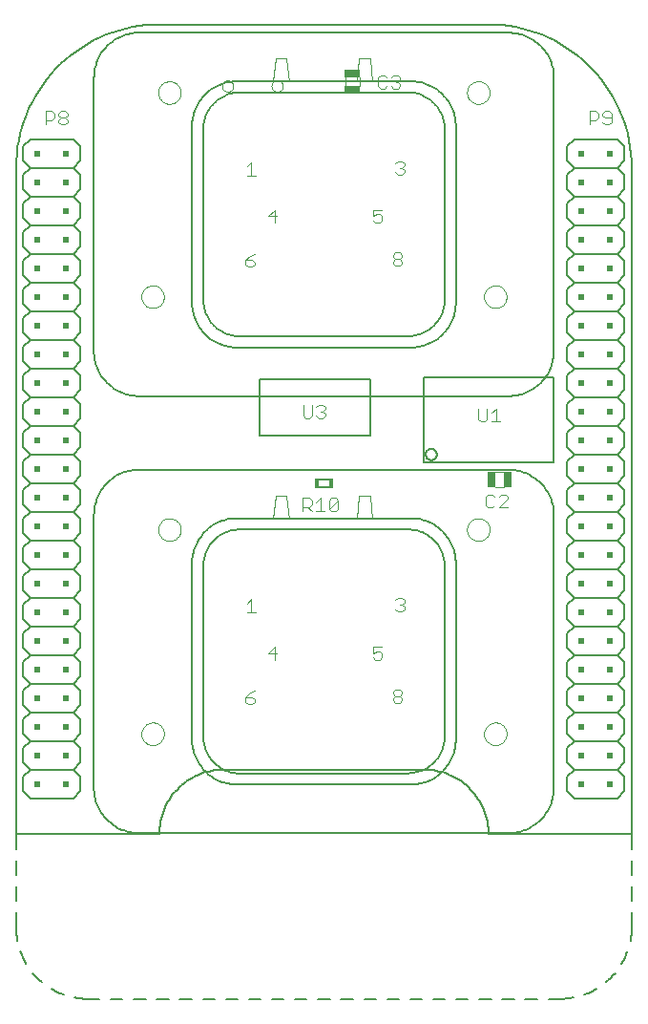
<source format=gto>
G75*
G70*
%OFA0B0*%
%FSLAX24Y24*%
%IPPOS*%
%LPD*%
%AMOC8*
5,1,8,0,0,1.08239X$1,22.5*
%
%ADD10C,0.0040*%
%ADD11R,0.0295X0.0571*%
%ADD12R,0.0571X0.0295*%
%ADD13C,0.0050*%
%ADD14C,0.0079*%
%ADD15C,0.0047*%
%ADD16C,0.0000*%
%ADD17C,0.0060*%
%ADD18R,0.0160X0.0340*%
%ADD19R,0.0200X0.0200*%
D10*
X010216Y021170D02*
X010369Y021170D01*
X010446Y021246D01*
X010446Y021323D01*
X010369Y021400D01*
X010139Y021400D01*
X010139Y021246D01*
X010216Y021170D01*
X010139Y021400D02*
X010293Y021553D01*
X010446Y021630D01*
X011157Y022705D02*
X011157Y023165D01*
X010926Y022935D01*
X011233Y022935D01*
X010485Y024359D02*
X010178Y024359D01*
X010485Y024359D01*
X010332Y024359D02*
X010332Y024819D01*
X010178Y024666D01*
X010332Y024819D01*
X010332Y024359D01*
X012139Y027895D02*
X012139Y028355D01*
X012369Y028355D01*
X012446Y028279D01*
X012446Y028125D01*
X012369Y028048D01*
X012139Y028048D01*
X012292Y028048D02*
X012446Y027895D01*
X012599Y027895D02*
X012906Y027895D01*
X012753Y027895D02*
X012753Y028355D01*
X012599Y028202D01*
X013060Y028279D02*
X013060Y027972D01*
X013367Y028279D01*
X013367Y027972D01*
X013290Y027895D01*
X013136Y027895D01*
X013060Y027972D01*
X013060Y028279D02*
X013136Y028355D01*
X013290Y028355D01*
X013367Y028279D01*
X012836Y031145D02*
X012682Y031145D01*
X012605Y031222D01*
X012452Y031222D02*
X012452Y031605D01*
X012605Y031529D02*
X012682Y031605D01*
X012836Y031605D01*
X012912Y031529D01*
X012912Y031452D01*
X012836Y031375D01*
X012912Y031298D01*
X012912Y031222D01*
X012836Y031145D01*
X012836Y031375D02*
X012759Y031375D01*
X012452Y031222D02*
X012375Y031145D01*
X012222Y031145D01*
X012145Y031222D01*
X012145Y031605D01*
X010369Y036420D02*
X010446Y036496D01*
X010446Y036573D01*
X010369Y036650D01*
X010139Y036650D01*
X010139Y036496D01*
X010216Y036420D01*
X010369Y036420D01*
X010139Y036650D02*
X010293Y036803D01*
X010446Y036880D01*
X011157Y037955D02*
X011157Y038415D01*
X010926Y038185D01*
X011233Y038185D01*
X010485Y039609D02*
X010178Y039609D01*
X010485Y039609D01*
X010332Y039609D02*
X010332Y040069D01*
X010178Y039916D01*
X010332Y040069D01*
X010332Y039609D01*
X013615Y042725D02*
X013615Y043025D01*
X014135Y043025D02*
X014135Y042735D01*
X014770Y042722D02*
X014847Y042645D01*
X015000Y042645D01*
X015077Y042722D01*
X015230Y042722D02*
X015307Y042645D01*
X015461Y042645D01*
X015537Y042722D01*
X015537Y042798D01*
X015461Y042875D01*
X015384Y042875D01*
X015461Y042875D02*
X015537Y042952D01*
X015537Y043029D01*
X015461Y043105D01*
X015307Y043105D01*
X015230Y043029D01*
X015077Y043029D02*
X015000Y043105D01*
X014847Y043105D01*
X014770Y043029D01*
X014770Y042722D01*
X015452Y040108D02*
X015606Y040108D01*
X015682Y040032D01*
X015682Y039955D01*
X015606Y039878D01*
X015682Y039801D01*
X015682Y039725D01*
X015606Y039648D01*
X015452Y039648D01*
X015375Y039725D01*
X015529Y039878D02*
X015606Y039878D01*
X015452Y040108D02*
X015375Y040032D01*
X014895Y038415D02*
X014588Y038415D01*
X014588Y038185D01*
X014741Y038262D01*
X014818Y038262D01*
X014895Y038185D01*
X014895Y038032D01*
X014818Y037955D01*
X014665Y037955D01*
X014588Y038032D01*
X015373Y036919D02*
X015297Y036843D01*
X015297Y036766D01*
X015373Y036689D01*
X015527Y036689D01*
X015604Y036612D01*
X015604Y036536D01*
X015527Y036459D01*
X015373Y036459D01*
X015297Y036536D01*
X015297Y036612D01*
X015373Y036689D01*
X015527Y036689D02*
X015604Y036766D01*
X015604Y036843D01*
X015527Y036919D01*
X015373Y036919D01*
X018270Y031480D02*
X018270Y031097D01*
X018347Y031020D01*
X018500Y031020D01*
X018577Y031097D01*
X018577Y031480D01*
X018730Y031327D02*
X018884Y031480D01*
X018884Y031020D01*
X019037Y031020D02*
X018730Y031020D01*
X018850Y029260D02*
X019140Y029260D01*
X019150Y028740D02*
X018850Y028740D01*
X018750Y028480D02*
X018597Y028480D01*
X018520Y028404D01*
X018520Y028097D01*
X018597Y028020D01*
X018750Y028020D01*
X018827Y028097D01*
X018980Y028020D02*
X019287Y028327D01*
X019287Y028404D01*
X019211Y028480D01*
X019057Y028480D01*
X018980Y028404D01*
X018827Y028404D02*
X018750Y028480D01*
X018980Y028020D02*
X019287Y028020D01*
X015682Y024782D02*
X015682Y024705D01*
X015606Y024628D01*
X015682Y024551D01*
X015682Y024475D01*
X015606Y024398D01*
X015452Y024398D01*
X015375Y024475D01*
X015529Y024628D02*
X015606Y024628D01*
X015682Y024782D02*
X015606Y024858D01*
X015452Y024858D01*
X015375Y024782D01*
X014895Y023165D02*
X014588Y023165D01*
X014588Y022935D01*
X014741Y023012D01*
X014818Y023012D01*
X014895Y022935D01*
X014895Y022782D01*
X014818Y022705D01*
X014665Y022705D01*
X014588Y022782D01*
X015373Y021669D02*
X015297Y021593D01*
X015297Y021516D01*
X015373Y021439D01*
X015527Y021439D01*
X015604Y021362D01*
X015604Y021286D01*
X015527Y021209D01*
X015373Y021209D01*
X015297Y021286D01*
X015297Y021362D01*
X015373Y021439D01*
X015527Y021439D02*
X015604Y021516D01*
X015604Y021593D01*
X015527Y021669D01*
X015373Y021669D01*
X022145Y041395D02*
X022145Y041855D01*
X022375Y041855D01*
X022452Y041779D01*
X022452Y041625D01*
X022375Y041548D01*
X022145Y041548D01*
X022605Y041472D02*
X022682Y041395D01*
X022836Y041395D01*
X022912Y041472D01*
X022912Y041779D01*
X022836Y041855D01*
X022682Y041855D01*
X022605Y041779D01*
X022605Y041702D01*
X022682Y041625D01*
X022912Y041625D01*
X003912Y041548D02*
X003912Y041472D01*
X003836Y041395D01*
X003682Y041395D01*
X003605Y041472D01*
X003605Y041548D01*
X003682Y041625D01*
X003836Y041625D01*
X003912Y041548D01*
X003836Y041625D02*
X003912Y041702D01*
X003912Y041779D01*
X003836Y041855D01*
X003682Y041855D01*
X003605Y041779D01*
X003605Y041702D01*
X003682Y041625D01*
X003452Y041625D02*
X003375Y041548D01*
X003145Y041548D01*
X003145Y041395D02*
X003145Y041855D01*
X003375Y041855D01*
X003452Y041779D01*
X003452Y041625D01*
D11*
X018712Y029000D03*
X019282Y029000D03*
D12*
X013875Y042593D03*
X013875Y043163D03*
D13*
X005036Y010875D02*
X004625Y010875D01*
X005429Y010875D02*
X005840Y010875D01*
X006234Y010875D02*
X006645Y010875D01*
X007038Y010875D02*
X007449Y010875D01*
X007843Y010875D02*
X008254Y010875D01*
X008647Y010875D02*
X009058Y010875D01*
X009452Y010875D02*
X009863Y010875D01*
X010256Y010875D02*
X010667Y010875D01*
X011061Y010875D02*
X011471Y010875D01*
X011865Y010875D02*
X012276Y010875D01*
X012670Y010875D02*
X013080Y010875D01*
X013474Y010875D02*
X013885Y010875D01*
X014279Y010875D02*
X014689Y010875D01*
X015083Y010875D02*
X015494Y010875D01*
X015887Y010875D02*
X016298Y010875D01*
X016692Y010875D02*
X017103Y010875D01*
X017496Y010875D02*
X017907Y010875D01*
X018301Y010875D02*
X018712Y010875D01*
X019105Y010875D02*
X019516Y010875D01*
X019910Y010875D02*
X020321Y010875D01*
X020714Y010875D02*
X021125Y010875D01*
X023581Y012907D02*
X023600Y013023D01*
X023614Y013140D01*
X023622Y013257D01*
X023625Y013375D01*
X023625Y013892D01*
X023625Y014286D02*
X023625Y014803D01*
X023625Y015197D02*
X023625Y015714D01*
X023625Y016108D02*
X023625Y016625D01*
X018625Y016625D01*
X017481Y019929D02*
X017481Y025992D01*
X017088Y025992D02*
X017088Y019929D01*
X016375Y018875D02*
X009375Y018875D01*
X009844Y018748D02*
X015828Y018748D01*
X015828Y018354D02*
X009844Y018354D01*
X009767Y018356D01*
X009689Y018362D01*
X009613Y018371D01*
X009536Y018384D01*
X009461Y018401D01*
X009386Y018422D01*
X009313Y018446D01*
X009241Y018474D01*
X009170Y018505D01*
X009101Y018540D01*
X009033Y018578D01*
X008968Y018620D01*
X008905Y018664D01*
X008844Y018712D01*
X008785Y018762D01*
X008729Y018816D01*
X008676Y018872D01*
X008625Y018930D01*
X008578Y018991D01*
X008533Y019055D01*
X008492Y019120D01*
X008453Y019187D01*
X008419Y019256D01*
X008387Y019327D01*
X008359Y019399D01*
X008335Y019473D01*
X008314Y019547D01*
X008297Y019623D01*
X008284Y019699D01*
X008275Y019776D01*
X008269Y019853D01*
X008267Y019931D01*
X008269Y020008D01*
X008269Y026071D01*
X008662Y026071D02*
X008662Y020008D01*
X008665Y019938D01*
X008672Y019868D01*
X008682Y019799D01*
X008696Y019730D01*
X008714Y019662D01*
X008736Y019595D01*
X008761Y019530D01*
X008790Y019466D01*
X008823Y019403D01*
X008858Y019343D01*
X008897Y019284D01*
X008939Y019228D01*
X008985Y019174D01*
X009033Y019123D01*
X009083Y019075D01*
X009137Y019029D01*
X009192Y018986D01*
X009250Y018947D01*
X009311Y018911D01*
X009373Y018878D01*
X009436Y018848D01*
X009502Y018822D01*
X009568Y018800D01*
X009636Y018781D01*
X009704Y018766D01*
X009774Y018755D01*
X009844Y018748D01*
X009375Y018875D02*
X009268Y018872D01*
X009161Y018865D01*
X009055Y018852D01*
X008949Y018834D01*
X008845Y018812D01*
X008741Y018784D01*
X008639Y018751D01*
X008539Y018714D01*
X008440Y018672D01*
X008344Y018625D01*
X008250Y018574D01*
X008159Y018518D01*
X008070Y018458D01*
X007984Y018394D01*
X007902Y018325D01*
X007822Y018253D01*
X007747Y018178D01*
X007675Y018098D01*
X007606Y018016D01*
X007542Y017930D01*
X007482Y017841D01*
X007426Y017750D01*
X007375Y017656D01*
X007328Y017560D01*
X007286Y017461D01*
X007249Y017361D01*
X007216Y017259D01*
X007188Y017155D01*
X007166Y017051D01*
X007148Y016945D01*
X007135Y016839D01*
X007128Y016732D01*
X007125Y016625D01*
X002125Y016625D01*
X002125Y016108D01*
X002125Y015714D02*
X002125Y015197D01*
X002125Y014803D02*
X002125Y014286D01*
X002125Y013892D02*
X002125Y013375D01*
X002125Y016625D02*
X002125Y039875D01*
X002131Y040113D01*
X002148Y040350D01*
X002176Y040587D01*
X002215Y040821D01*
X002266Y041054D01*
X002328Y041284D01*
X002400Y041510D01*
X002483Y041733D01*
X002577Y041952D01*
X002681Y042166D01*
X002795Y042375D01*
X002919Y042578D01*
X003052Y042775D01*
X003195Y042966D01*
X003346Y043149D01*
X003506Y043325D01*
X003675Y043494D01*
X003851Y043654D01*
X004034Y043805D01*
X004225Y043948D01*
X004422Y044081D01*
X004625Y044205D01*
X004834Y044319D01*
X005048Y044423D01*
X005267Y044517D01*
X005490Y044600D01*
X005716Y044672D01*
X005946Y044734D01*
X006179Y044785D01*
X006413Y044824D01*
X006650Y044852D01*
X006887Y044869D01*
X007125Y044875D01*
X018625Y044875D01*
X017481Y041242D02*
X017481Y035179D01*
X017088Y035179D02*
X017088Y041242D01*
X017481Y041242D02*
X017483Y041319D01*
X017481Y041397D01*
X017475Y041474D01*
X017466Y041551D01*
X017453Y041627D01*
X017436Y041703D01*
X017415Y041777D01*
X017391Y041851D01*
X017363Y041923D01*
X017331Y041994D01*
X017297Y042063D01*
X017258Y042130D01*
X017217Y042195D01*
X017172Y042259D01*
X017125Y042320D01*
X017074Y042378D01*
X017021Y042434D01*
X016965Y042488D01*
X016906Y042538D01*
X016845Y042586D01*
X016782Y042630D01*
X016717Y042672D01*
X016649Y042710D01*
X016580Y042745D01*
X016509Y042776D01*
X016437Y042804D01*
X016364Y042828D01*
X016289Y042849D01*
X016214Y042866D01*
X016137Y042879D01*
X016061Y042888D01*
X015983Y042894D01*
X015906Y042896D01*
X014568Y042896D01*
X014017Y042896D01*
X011655Y042896D01*
X011103Y042896D01*
X009922Y042896D01*
X009922Y042502D02*
X015906Y042502D01*
X015976Y042495D01*
X016046Y042484D01*
X016114Y042469D01*
X016182Y042450D01*
X016248Y042428D01*
X016314Y042402D01*
X016377Y042372D01*
X016439Y042339D01*
X016500Y042303D01*
X016558Y042264D01*
X016613Y042221D01*
X016667Y042175D01*
X016717Y042127D01*
X016765Y042076D01*
X016811Y042022D01*
X016853Y041966D01*
X016892Y041907D01*
X016927Y041847D01*
X016960Y041784D01*
X016989Y041720D01*
X017014Y041655D01*
X017036Y041588D01*
X017054Y041520D01*
X017068Y041451D01*
X017078Y041382D01*
X017085Y041312D01*
X017088Y041242D01*
X018625Y044875D02*
X018863Y044869D01*
X019100Y044852D01*
X019337Y044824D01*
X019571Y044785D01*
X019804Y044734D01*
X020034Y044672D01*
X020260Y044600D01*
X020483Y044517D01*
X020702Y044423D01*
X020916Y044319D01*
X021125Y044205D01*
X021328Y044081D01*
X021525Y043948D01*
X021716Y043805D01*
X021899Y043654D01*
X022075Y043494D01*
X022244Y043325D01*
X022404Y043149D01*
X022555Y042966D01*
X022698Y042775D01*
X022831Y042578D01*
X022955Y042375D01*
X023069Y042166D01*
X023173Y041952D01*
X023267Y041733D01*
X023350Y041510D01*
X023422Y041284D01*
X023484Y041054D01*
X023535Y040821D01*
X023574Y040587D01*
X023602Y040350D01*
X023619Y040113D01*
X023625Y039875D01*
X023625Y016625D01*
X023477Y012528D02*
X023435Y012418D01*
X023387Y012311D01*
X023335Y012206D01*
X023277Y012103D01*
X021593Y010919D02*
X021477Y010900D01*
X021360Y010886D01*
X021243Y010878D01*
X021125Y010875D01*
X021972Y011023D02*
X022082Y011065D01*
X022189Y011113D01*
X022294Y011165D01*
X022397Y011223D01*
X022719Y011449D02*
X022808Y011526D01*
X022893Y011607D01*
X022974Y011692D01*
X023051Y011781D01*
X018625Y016625D02*
X018622Y016732D01*
X018615Y016839D01*
X018602Y016945D01*
X018584Y017051D01*
X018562Y017155D01*
X018534Y017259D01*
X018501Y017361D01*
X018464Y017461D01*
X018422Y017560D01*
X018375Y017656D01*
X018324Y017750D01*
X018268Y017841D01*
X018208Y017930D01*
X018144Y018016D01*
X018075Y018098D01*
X018003Y018178D01*
X017928Y018253D01*
X017848Y018325D01*
X017766Y018394D01*
X017680Y018458D01*
X017591Y018518D01*
X017500Y018574D01*
X017406Y018625D01*
X017310Y018672D01*
X017211Y018714D01*
X017111Y018751D01*
X017009Y018784D01*
X016905Y018812D01*
X016801Y018834D01*
X016695Y018852D01*
X016589Y018865D01*
X016482Y018872D01*
X016375Y018875D01*
X015828Y018354D02*
X015905Y018352D01*
X015983Y018354D01*
X016060Y018360D01*
X016137Y018369D01*
X016213Y018382D01*
X016289Y018399D01*
X016363Y018420D01*
X016437Y018444D01*
X016509Y018472D01*
X016580Y018504D01*
X016649Y018538D01*
X016716Y018577D01*
X016781Y018618D01*
X016845Y018663D01*
X016906Y018710D01*
X016964Y018761D01*
X017020Y018814D01*
X017074Y018870D01*
X017124Y018929D01*
X017172Y018990D01*
X017216Y019053D01*
X017258Y019118D01*
X017296Y019186D01*
X017331Y019255D01*
X017362Y019326D01*
X017390Y019398D01*
X017414Y019471D01*
X017435Y019546D01*
X017452Y019621D01*
X017465Y019698D01*
X017474Y019774D01*
X017480Y019852D01*
X017482Y019929D01*
X017088Y019930D02*
X017081Y019860D01*
X017070Y019790D01*
X017055Y019722D01*
X017036Y019654D01*
X017014Y019588D01*
X016988Y019522D01*
X016958Y019459D01*
X016925Y019397D01*
X016889Y019336D01*
X016850Y019278D01*
X016807Y019223D01*
X016761Y019169D01*
X016713Y019119D01*
X016662Y019071D01*
X016608Y019025D01*
X016552Y018983D01*
X016493Y018944D01*
X016433Y018909D01*
X016370Y018876D01*
X016306Y018847D01*
X016241Y018822D01*
X016174Y018800D01*
X016106Y018782D01*
X016037Y018768D01*
X015968Y018758D01*
X015898Y018751D01*
X015828Y018748D01*
X017088Y025992D02*
X017085Y026062D01*
X017078Y026132D01*
X017068Y026201D01*
X017054Y026270D01*
X017036Y026338D01*
X017014Y026405D01*
X016989Y026470D01*
X016960Y026534D01*
X016927Y026597D01*
X016892Y026657D01*
X016853Y026716D01*
X016811Y026772D01*
X016765Y026826D01*
X016717Y026877D01*
X016667Y026925D01*
X016613Y026971D01*
X016558Y027014D01*
X016500Y027053D01*
X016439Y027089D01*
X016377Y027122D01*
X016314Y027152D01*
X016248Y027178D01*
X016182Y027200D01*
X016114Y027219D01*
X016046Y027234D01*
X015976Y027245D01*
X015906Y027252D01*
X009922Y027252D01*
X009922Y027646D02*
X011103Y027646D01*
X011655Y027646D01*
X014017Y027646D01*
X014568Y027646D01*
X015906Y027646D01*
X015983Y027644D01*
X016061Y027638D01*
X016137Y027629D01*
X016214Y027616D01*
X016289Y027599D01*
X016364Y027578D01*
X016437Y027554D01*
X016509Y027526D01*
X016580Y027495D01*
X016649Y027460D01*
X016717Y027422D01*
X016782Y027380D01*
X016845Y027336D01*
X016906Y027288D01*
X016965Y027238D01*
X017021Y027184D01*
X017074Y027128D01*
X017125Y027070D01*
X017172Y027009D01*
X017217Y026945D01*
X017258Y026880D01*
X017297Y026813D01*
X017331Y026744D01*
X017363Y026673D01*
X017391Y026601D01*
X017415Y026527D01*
X017436Y026453D01*
X017453Y026377D01*
X017466Y026301D01*
X017475Y026224D01*
X017481Y026147D01*
X017483Y026069D01*
X017481Y025992D01*
X016361Y029588D02*
X016361Y032560D01*
X020889Y032560D01*
X020889Y029588D01*
X016361Y029588D01*
X016428Y029875D02*
X016430Y029902D01*
X016436Y029929D01*
X016445Y029955D01*
X016458Y029979D01*
X016474Y030002D01*
X016493Y030021D01*
X016515Y030038D01*
X016539Y030052D01*
X016564Y030062D01*
X016591Y030069D01*
X016618Y030072D01*
X016646Y030071D01*
X016673Y030066D01*
X016699Y030058D01*
X016723Y030046D01*
X016746Y030030D01*
X016767Y030012D01*
X016784Y029991D01*
X016799Y029967D01*
X016810Y029942D01*
X016818Y029916D01*
X016822Y029889D01*
X016822Y029861D01*
X016818Y029834D01*
X016810Y029808D01*
X016799Y029783D01*
X016784Y029759D01*
X016767Y029738D01*
X016746Y029720D01*
X016724Y029704D01*
X016699Y029692D01*
X016673Y029684D01*
X016646Y029679D01*
X016618Y029678D01*
X016591Y029681D01*
X016564Y029688D01*
X016539Y029698D01*
X016515Y029712D01*
X016493Y029729D01*
X016474Y029748D01*
X016458Y029771D01*
X016445Y029795D01*
X016436Y029821D01*
X016430Y029848D01*
X016428Y029875D01*
X014501Y030516D02*
X010643Y030516D01*
X010643Y032484D01*
X014501Y032484D01*
X014501Y030516D01*
X015828Y033604D02*
X009844Y033604D01*
X009844Y033998D02*
X015828Y033998D01*
X015828Y033604D02*
X015905Y033602D01*
X015983Y033604D01*
X016060Y033610D01*
X016137Y033619D01*
X016213Y033632D01*
X016289Y033649D01*
X016363Y033670D01*
X016437Y033694D01*
X016509Y033722D01*
X016580Y033754D01*
X016649Y033788D01*
X016716Y033827D01*
X016781Y033868D01*
X016845Y033913D01*
X016906Y033960D01*
X016964Y034011D01*
X017020Y034064D01*
X017074Y034120D01*
X017124Y034179D01*
X017172Y034240D01*
X017216Y034303D01*
X017258Y034368D01*
X017296Y034436D01*
X017331Y034505D01*
X017362Y034576D01*
X017390Y034648D01*
X017414Y034721D01*
X017435Y034796D01*
X017452Y034871D01*
X017465Y034948D01*
X017474Y035024D01*
X017480Y035102D01*
X017482Y035179D01*
X017088Y035180D02*
X017081Y035110D01*
X017070Y035040D01*
X017055Y034972D01*
X017036Y034904D01*
X017014Y034838D01*
X016988Y034772D01*
X016958Y034709D01*
X016925Y034647D01*
X016889Y034586D01*
X016850Y034528D01*
X016807Y034473D01*
X016761Y034419D01*
X016713Y034369D01*
X016662Y034321D01*
X016608Y034275D01*
X016552Y034233D01*
X016493Y034194D01*
X016433Y034159D01*
X016370Y034126D01*
X016306Y034097D01*
X016241Y034072D01*
X016174Y034050D01*
X016106Y034032D01*
X016037Y034018D01*
X015968Y034008D01*
X015898Y034001D01*
X015828Y033998D01*
X009844Y033998D02*
X009774Y034005D01*
X009704Y034016D01*
X009636Y034031D01*
X009568Y034050D01*
X009502Y034072D01*
X009436Y034098D01*
X009373Y034128D01*
X009311Y034161D01*
X009250Y034197D01*
X009192Y034236D01*
X009137Y034279D01*
X009083Y034325D01*
X009033Y034373D01*
X008985Y034424D01*
X008939Y034478D01*
X008897Y034534D01*
X008858Y034593D01*
X008823Y034653D01*
X008790Y034716D01*
X008761Y034780D01*
X008736Y034845D01*
X008714Y034912D01*
X008696Y034980D01*
X008682Y035049D01*
X008672Y035118D01*
X008665Y035188D01*
X008662Y035258D01*
X008662Y041321D01*
X008269Y041321D02*
X008269Y035258D01*
X008267Y035181D01*
X008269Y035103D01*
X008275Y035026D01*
X008284Y034949D01*
X008297Y034873D01*
X008314Y034797D01*
X008335Y034723D01*
X008359Y034649D01*
X008387Y034577D01*
X008419Y034506D01*
X008453Y034437D01*
X008492Y034370D01*
X008533Y034305D01*
X008578Y034241D01*
X008625Y034180D01*
X008676Y034122D01*
X008729Y034066D01*
X008785Y034012D01*
X008844Y033962D01*
X008905Y033914D01*
X008968Y033870D01*
X009033Y033828D01*
X009101Y033790D01*
X009170Y033755D01*
X009241Y033724D01*
X009313Y033696D01*
X009386Y033672D01*
X009461Y033651D01*
X009536Y033634D01*
X009613Y033621D01*
X009689Y033612D01*
X009767Y033606D01*
X009844Y033604D01*
X009922Y027646D02*
X009845Y027648D01*
X009767Y027646D01*
X009690Y027640D01*
X009613Y027631D01*
X009537Y027618D01*
X009461Y027601D01*
X009387Y027580D01*
X009313Y027556D01*
X009241Y027528D01*
X009170Y027496D01*
X009101Y027462D01*
X009034Y027423D01*
X008969Y027382D01*
X008905Y027337D01*
X008844Y027290D01*
X008786Y027239D01*
X008730Y027186D01*
X008676Y027130D01*
X008626Y027071D01*
X008578Y027010D01*
X008534Y026947D01*
X008492Y026882D01*
X008454Y026814D01*
X008419Y026745D01*
X008388Y026674D01*
X008360Y026602D01*
X008336Y026529D01*
X008315Y026454D01*
X008298Y026379D01*
X008285Y026302D01*
X008276Y026226D01*
X008270Y026148D01*
X008268Y026071D01*
X008662Y026070D02*
X008669Y026140D01*
X008680Y026210D01*
X008695Y026278D01*
X008714Y026346D01*
X008736Y026412D01*
X008762Y026478D01*
X008792Y026541D01*
X008825Y026603D01*
X008861Y026664D01*
X008900Y026722D01*
X008943Y026777D01*
X008989Y026831D01*
X009037Y026881D01*
X009088Y026929D01*
X009142Y026975D01*
X009198Y027017D01*
X009257Y027056D01*
X009317Y027091D01*
X009380Y027124D01*
X009444Y027153D01*
X009509Y027178D01*
X009576Y027200D01*
X009644Y027218D01*
X009713Y027232D01*
X009782Y027242D01*
X009852Y027249D01*
X009922Y027252D01*
X008662Y041320D02*
X008669Y041390D01*
X008680Y041460D01*
X008695Y041528D01*
X008714Y041596D01*
X008736Y041662D01*
X008762Y041728D01*
X008792Y041791D01*
X008825Y041853D01*
X008861Y041914D01*
X008900Y041972D01*
X008943Y042027D01*
X008989Y042081D01*
X009037Y042131D01*
X009088Y042179D01*
X009142Y042225D01*
X009198Y042267D01*
X009257Y042306D01*
X009317Y042341D01*
X009380Y042374D01*
X009444Y042403D01*
X009509Y042428D01*
X009576Y042450D01*
X009644Y042468D01*
X009713Y042482D01*
X009782Y042492D01*
X009852Y042499D01*
X009922Y042502D01*
X009922Y042896D02*
X009845Y042898D01*
X009767Y042896D01*
X009690Y042890D01*
X009613Y042881D01*
X009537Y042868D01*
X009461Y042851D01*
X009387Y042830D01*
X009313Y042806D01*
X009241Y042778D01*
X009170Y042746D01*
X009101Y042712D01*
X009034Y042673D01*
X008969Y042632D01*
X008905Y042587D01*
X008844Y042540D01*
X008786Y042489D01*
X008730Y042436D01*
X008676Y042380D01*
X008626Y042321D01*
X008578Y042260D01*
X008534Y042197D01*
X008492Y042132D01*
X008454Y042064D01*
X008419Y041995D01*
X008388Y041924D01*
X008360Y041852D01*
X008336Y041779D01*
X008315Y041704D01*
X008298Y041629D01*
X008285Y041552D01*
X008276Y041476D01*
X008270Y041398D01*
X008268Y041321D01*
X002273Y012528D02*
X002315Y012418D01*
X002363Y012311D01*
X002415Y012206D01*
X002473Y012103D01*
X004157Y010919D02*
X004273Y010900D01*
X004390Y010886D01*
X004507Y010878D01*
X004625Y010875D01*
X002169Y012907D02*
X002150Y013023D01*
X002136Y013140D01*
X002128Y013257D01*
X002125Y013375D01*
X002699Y011781D02*
X002776Y011692D01*
X002857Y011607D01*
X002942Y011526D01*
X003031Y011449D01*
X003353Y011223D02*
X003456Y011165D01*
X003561Y011113D01*
X003668Y011065D01*
X003778Y011023D01*
D14*
X006418Y016661D02*
X019253Y016661D01*
X019330Y016659D01*
X019408Y016661D01*
X019485Y016667D01*
X019562Y016676D01*
X019638Y016689D01*
X019714Y016706D01*
X019788Y016727D01*
X019862Y016751D01*
X019934Y016779D01*
X020005Y016811D01*
X020074Y016845D01*
X020141Y016884D01*
X020206Y016925D01*
X020270Y016970D01*
X020331Y017017D01*
X020389Y017068D01*
X020445Y017121D01*
X020499Y017177D01*
X020549Y017236D01*
X020597Y017297D01*
X020641Y017360D01*
X020683Y017425D01*
X020721Y017493D01*
X020756Y017562D01*
X020787Y017633D01*
X020815Y017705D01*
X020839Y017778D01*
X020860Y017853D01*
X020877Y017928D01*
X020890Y018005D01*
X020899Y018081D01*
X020905Y018159D01*
X020907Y018236D01*
X020906Y018236D02*
X020906Y027685D01*
X020907Y027685D02*
X020909Y027762D01*
X020907Y027840D01*
X020901Y027917D01*
X020892Y027994D01*
X020879Y028070D01*
X020862Y028146D01*
X020841Y028220D01*
X020817Y028294D01*
X020789Y028366D01*
X020757Y028437D01*
X020723Y028506D01*
X020684Y028573D01*
X020643Y028638D01*
X020598Y028702D01*
X020551Y028763D01*
X020500Y028821D01*
X020447Y028877D01*
X020391Y028931D01*
X020332Y028981D01*
X020271Y029029D01*
X020208Y029073D01*
X020143Y029115D01*
X020075Y029153D01*
X020006Y029188D01*
X019935Y029219D01*
X019863Y029247D01*
X019790Y029271D01*
X019715Y029292D01*
X019640Y029309D01*
X019563Y029322D01*
X019487Y029331D01*
X019409Y029337D01*
X019332Y029339D01*
X006497Y029339D01*
X006420Y029341D01*
X006342Y029339D01*
X006265Y029333D01*
X006188Y029324D01*
X006112Y029311D01*
X006036Y029294D01*
X005962Y029273D01*
X005888Y029249D01*
X005816Y029221D01*
X005745Y029189D01*
X005676Y029155D01*
X005609Y029116D01*
X005544Y029075D01*
X005480Y029030D01*
X005419Y028983D01*
X005361Y028932D01*
X005305Y028879D01*
X005251Y028823D01*
X005201Y028764D01*
X005153Y028703D01*
X005109Y028640D01*
X005067Y028575D01*
X005029Y028507D01*
X004994Y028438D01*
X004963Y028367D01*
X004935Y028295D01*
X004911Y028222D01*
X004890Y028147D01*
X004873Y028072D01*
X004860Y027995D01*
X004851Y027919D01*
X004845Y027841D01*
X004843Y027764D01*
X004844Y027764D02*
X004844Y018315D01*
X004843Y018315D02*
X004841Y018238D01*
X004843Y018160D01*
X004849Y018083D01*
X004858Y018006D01*
X004871Y017930D01*
X004888Y017854D01*
X004909Y017780D01*
X004933Y017706D01*
X004961Y017634D01*
X004993Y017563D01*
X005027Y017494D01*
X005066Y017427D01*
X005107Y017362D01*
X005152Y017298D01*
X005199Y017237D01*
X005250Y017179D01*
X005303Y017123D01*
X005359Y017069D01*
X005418Y017019D01*
X005479Y016971D01*
X005542Y016927D01*
X005607Y016885D01*
X005675Y016847D01*
X005744Y016812D01*
X005815Y016781D01*
X005887Y016753D01*
X005960Y016729D01*
X006035Y016708D01*
X006110Y016691D01*
X006187Y016678D01*
X006263Y016669D01*
X006341Y016663D01*
X006418Y016661D01*
X006418Y031911D02*
X019253Y031911D01*
X019330Y031909D01*
X019408Y031911D01*
X019485Y031917D01*
X019562Y031926D01*
X019638Y031939D01*
X019714Y031956D01*
X019788Y031977D01*
X019862Y032001D01*
X019934Y032029D01*
X020005Y032061D01*
X020074Y032095D01*
X020141Y032134D01*
X020206Y032175D01*
X020270Y032220D01*
X020331Y032267D01*
X020389Y032318D01*
X020445Y032371D01*
X020499Y032427D01*
X020549Y032486D01*
X020597Y032547D01*
X020641Y032610D01*
X020683Y032675D01*
X020721Y032743D01*
X020756Y032812D01*
X020787Y032883D01*
X020815Y032955D01*
X020839Y033028D01*
X020860Y033103D01*
X020877Y033178D01*
X020890Y033255D01*
X020899Y033331D01*
X020905Y033409D01*
X020907Y033486D01*
X020906Y033486D02*
X020906Y042935D01*
X020907Y042935D02*
X020909Y043012D01*
X020907Y043090D01*
X020901Y043167D01*
X020892Y043244D01*
X020879Y043320D01*
X020862Y043396D01*
X020841Y043470D01*
X020817Y043544D01*
X020789Y043616D01*
X020757Y043687D01*
X020723Y043756D01*
X020684Y043823D01*
X020643Y043888D01*
X020598Y043952D01*
X020551Y044013D01*
X020500Y044071D01*
X020447Y044127D01*
X020391Y044181D01*
X020332Y044231D01*
X020271Y044279D01*
X020208Y044323D01*
X020143Y044365D01*
X020075Y044403D01*
X020006Y044438D01*
X019935Y044469D01*
X019863Y044497D01*
X019790Y044521D01*
X019715Y044542D01*
X019640Y044559D01*
X019563Y044572D01*
X019487Y044581D01*
X019409Y044587D01*
X019332Y044589D01*
X006497Y044589D01*
X006420Y044591D01*
X006342Y044589D01*
X006265Y044583D01*
X006188Y044574D01*
X006112Y044561D01*
X006036Y044544D01*
X005962Y044523D01*
X005888Y044499D01*
X005816Y044471D01*
X005745Y044439D01*
X005676Y044405D01*
X005609Y044366D01*
X005544Y044325D01*
X005480Y044280D01*
X005419Y044233D01*
X005361Y044182D01*
X005305Y044129D01*
X005251Y044073D01*
X005201Y044014D01*
X005153Y043953D01*
X005109Y043890D01*
X005067Y043825D01*
X005029Y043757D01*
X004994Y043688D01*
X004963Y043617D01*
X004935Y043545D01*
X004911Y043472D01*
X004890Y043397D01*
X004873Y043322D01*
X004860Y043245D01*
X004851Y043169D01*
X004845Y043091D01*
X004843Y043014D01*
X004844Y043014D02*
X004844Y033565D01*
X004843Y033565D02*
X004841Y033488D01*
X004843Y033410D01*
X004849Y033333D01*
X004858Y033256D01*
X004871Y033180D01*
X004888Y033104D01*
X004909Y033030D01*
X004933Y032956D01*
X004961Y032884D01*
X004993Y032813D01*
X005027Y032744D01*
X005066Y032677D01*
X005107Y032612D01*
X005152Y032548D01*
X005199Y032487D01*
X005250Y032429D01*
X005303Y032373D01*
X005359Y032319D01*
X005418Y032269D01*
X005479Y032221D01*
X005542Y032177D01*
X005607Y032135D01*
X005675Y032097D01*
X005744Y032062D01*
X005815Y032031D01*
X005887Y032003D01*
X005960Y031979D01*
X006035Y031958D01*
X006110Y031941D01*
X006187Y031928D01*
X006263Y031919D01*
X006341Y031913D01*
X006418Y031911D01*
D15*
X011182Y028433D02*
X011103Y027646D01*
X011182Y028433D02*
X011576Y028433D01*
X011655Y027646D01*
X014017Y027646D02*
X014095Y028433D01*
X014489Y028433D01*
X014568Y027646D01*
X014568Y042896D02*
X014489Y043683D01*
X014095Y043683D01*
X014017Y042896D01*
X011655Y042896D02*
X011576Y043683D01*
X011182Y043683D01*
X011103Y042896D01*
D16*
X011044Y042731D02*
X011046Y042758D01*
X011052Y042785D01*
X011061Y042811D01*
X011074Y042835D01*
X011090Y042858D01*
X011109Y042877D01*
X011131Y042894D01*
X011155Y042908D01*
X011180Y042918D01*
X011207Y042925D01*
X011234Y042928D01*
X011262Y042927D01*
X011289Y042922D01*
X011315Y042914D01*
X011339Y042902D01*
X011362Y042886D01*
X011383Y042868D01*
X011400Y042847D01*
X011415Y042823D01*
X011426Y042798D01*
X011434Y042772D01*
X011438Y042745D01*
X011438Y042717D01*
X011434Y042690D01*
X011426Y042664D01*
X011415Y042639D01*
X011400Y042615D01*
X011383Y042594D01*
X011362Y042576D01*
X011340Y042560D01*
X011315Y042548D01*
X011289Y042540D01*
X011262Y042535D01*
X011234Y042534D01*
X011207Y042537D01*
X011180Y042544D01*
X011155Y042554D01*
X011131Y042568D01*
X011109Y042585D01*
X011090Y042604D01*
X011074Y042627D01*
X011061Y042651D01*
X011052Y042677D01*
X011046Y042704D01*
X011044Y042731D01*
X009312Y042731D02*
X009314Y042758D01*
X009320Y042785D01*
X009329Y042811D01*
X009342Y042835D01*
X009358Y042858D01*
X009377Y042877D01*
X009399Y042894D01*
X009423Y042908D01*
X009448Y042918D01*
X009475Y042925D01*
X009502Y042928D01*
X009530Y042927D01*
X009557Y042922D01*
X009583Y042914D01*
X009607Y042902D01*
X009630Y042886D01*
X009651Y042868D01*
X009668Y042847D01*
X009683Y042823D01*
X009694Y042798D01*
X009702Y042772D01*
X009706Y042745D01*
X009706Y042717D01*
X009702Y042690D01*
X009694Y042664D01*
X009683Y042639D01*
X009668Y042615D01*
X009651Y042594D01*
X009630Y042576D01*
X009608Y042560D01*
X009583Y042548D01*
X009557Y042540D01*
X009530Y042535D01*
X009502Y042534D01*
X009475Y042537D01*
X009448Y042544D01*
X009423Y042554D01*
X009399Y042568D01*
X009377Y042585D01*
X009358Y042604D01*
X009342Y042627D01*
X009329Y042651D01*
X009320Y042677D01*
X009314Y042704D01*
X009312Y042731D01*
X007087Y042502D02*
X007089Y042541D01*
X007095Y042580D01*
X007105Y042618D01*
X007118Y042655D01*
X007135Y042690D01*
X007155Y042724D01*
X007179Y042755D01*
X007206Y042784D01*
X007235Y042810D01*
X007267Y042833D01*
X007301Y042853D01*
X007337Y042869D01*
X007374Y042881D01*
X007413Y042890D01*
X007452Y042895D01*
X007491Y042896D01*
X007530Y042893D01*
X007569Y042886D01*
X007606Y042875D01*
X007643Y042861D01*
X007678Y042843D01*
X007711Y042822D01*
X007742Y042797D01*
X007770Y042770D01*
X007795Y042740D01*
X007817Y042707D01*
X007836Y042673D01*
X007851Y042637D01*
X007863Y042599D01*
X007871Y042561D01*
X007875Y042522D01*
X007875Y042482D01*
X007871Y042443D01*
X007863Y042405D01*
X007851Y042367D01*
X007836Y042331D01*
X007817Y042297D01*
X007795Y042264D01*
X007770Y042234D01*
X007742Y042207D01*
X007711Y042182D01*
X007678Y042161D01*
X007643Y042143D01*
X007606Y042129D01*
X007569Y042118D01*
X007530Y042111D01*
X007491Y042108D01*
X007452Y042109D01*
X007413Y042114D01*
X007374Y042123D01*
X007337Y042135D01*
X007301Y042151D01*
X007267Y042171D01*
X007235Y042194D01*
X007206Y042220D01*
X007179Y042249D01*
X007155Y042280D01*
X007135Y042314D01*
X007118Y042349D01*
X007105Y042386D01*
X007095Y042424D01*
X007089Y042463D01*
X007087Y042502D01*
X006497Y035376D02*
X006499Y035415D01*
X006505Y035454D01*
X006515Y035492D01*
X006528Y035529D01*
X006545Y035564D01*
X006565Y035598D01*
X006589Y035629D01*
X006616Y035658D01*
X006645Y035684D01*
X006677Y035707D01*
X006711Y035727D01*
X006747Y035743D01*
X006784Y035755D01*
X006823Y035764D01*
X006862Y035769D01*
X006901Y035770D01*
X006940Y035767D01*
X006979Y035760D01*
X007016Y035749D01*
X007053Y035735D01*
X007088Y035717D01*
X007121Y035696D01*
X007152Y035671D01*
X007180Y035644D01*
X007205Y035614D01*
X007227Y035581D01*
X007246Y035547D01*
X007261Y035511D01*
X007273Y035473D01*
X007281Y035435D01*
X007285Y035396D01*
X007285Y035356D01*
X007281Y035317D01*
X007273Y035279D01*
X007261Y035241D01*
X007246Y035205D01*
X007227Y035171D01*
X007205Y035138D01*
X007180Y035108D01*
X007152Y035081D01*
X007121Y035056D01*
X007088Y035035D01*
X007053Y035017D01*
X007016Y035003D01*
X006979Y034992D01*
X006940Y034985D01*
X006901Y034982D01*
X006862Y034983D01*
X006823Y034988D01*
X006784Y034997D01*
X006747Y035009D01*
X006711Y035025D01*
X006677Y035045D01*
X006645Y035068D01*
X006616Y035094D01*
X006589Y035123D01*
X006565Y035154D01*
X006545Y035188D01*
X006528Y035223D01*
X006515Y035260D01*
X006505Y035298D01*
X006499Y035337D01*
X006497Y035376D01*
X007087Y027252D02*
X007089Y027291D01*
X007095Y027330D01*
X007105Y027368D01*
X007118Y027405D01*
X007135Y027440D01*
X007155Y027474D01*
X007179Y027505D01*
X007206Y027534D01*
X007235Y027560D01*
X007267Y027583D01*
X007301Y027603D01*
X007337Y027619D01*
X007374Y027631D01*
X007413Y027640D01*
X007452Y027645D01*
X007491Y027646D01*
X007530Y027643D01*
X007569Y027636D01*
X007606Y027625D01*
X007643Y027611D01*
X007678Y027593D01*
X007711Y027572D01*
X007742Y027547D01*
X007770Y027520D01*
X007795Y027490D01*
X007817Y027457D01*
X007836Y027423D01*
X007851Y027387D01*
X007863Y027349D01*
X007871Y027311D01*
X007875Y027272D01*
X007875Y027232D01*
X007871Y027193D01*
X007863Y027155D01*
X007851Y027117D01*
X007836Y027081D01*
X007817Y027047D01*
X007795Y027014D01*
X007770Y026984D01*
X007742Y026957D01*
X007711Y026932D01*
X007678Y026911D01*
X007643Y026893D01*
X007606Y026879D01*
X007569Y026868D01*
X007530Y026861D01*
X007491Y026858D01*
X007452Y026859D01*
X007413Y026864D01*
X007374Y026873D01*
X007337Y026885D01*
X007301Y026901D01*
X007267Y026921D01*
X007235Y026944D01*
X007206Y026970D01*
X007179Y026999D01*
X007155Y027030D01*
X007135Y027064D01*
X007118Y027099D01*
X007105Y027136D01*
X007095Y027174D01*
X007089Y027213D01*
X007087Y027252D01*
X006497Y020126D02*
X006499Y020165D01*
X006505Y020204D01*
X006515Y020242D01*
X006528Y020279D01*
X006545Y020314D01*
X006565Y020348D01*
X006589Y020379D01*
X006616Y020408D01*
X006645Y020434D01*
X006677Y020457D01*
X006711Y020477D01*
X006747Y020493D01*
X006784Y020505D01*
X006823Y020514D01*
X006862Y020519D01*
X006901Y020520D01*
X006940Y020517D01*
X006979Y020510D01*
X007016Y020499D01*
X007053Y020485D01*
X007088Y020467D01*
X007121Y020446D01*
X007152Y020421D01*
X007180Y020394D01*
X007205Y020364D01*
X007227Y020331D01*
X007246Y020297D01*
X007261Y020261D01*
X007273Y020223D01*
X007281Y020185D01*
X007285Y020146D01*
X007285Y020106D01*
X007281Y020067D01*
X007273Y020029D01*
X007261Y019991D01*
X007246Y019955D01*
X007227Y019921D01*
X007205Y019888D01*
X007180Y019858D01*
X007152Y019831D01*
X007121Y019806D01*
X007088Y019785D01*
X007053Y019767D01*
X007016Y019753D01*
X006979Y019742D01*
X006940Y019735D01*
X006901Y019732D01*
X006862Y019733D01*
X006823Y019738D01*
X006784Y019747D01*
X006747Y019759D01*
X006711Y019775D01*
X006677Y019795D01*
X006645Y019818D01*
X006616Y019844D01*
X006589Y019873D01*
X006565Y019904D01*
X006545Y019938D01*
X006528Y019973D01*
X006515Y020010D01*
X006505Y020048D01*
X006499Y020087D01*
X006497Y020126D01*
X017875Y027252D02*
X017877Y027291D01*
X017883Y027330D01*
X017893Y027368D01*
X017906Y027405D01*
X017923Y027440D01*
X017943Y027474D01*
X017967Y027505D01*
X017994Y027534D01*
X018023Y027560D01*
X018055Y027583D01*
X018089Y027603D01*
X018125Y027619D01*
X018162Y027631D01*
X018201Y027640D01*
X018240Y027645D01*
X018279Y027646D01*
X018318Y027643D01*
X018357Y027636D01*
X018394Y027625D01*
X018431Y027611D01*
X018466Y027593D01*
X018499Y027572D01*
X018530Y027547D01*
X018558Y027520D01*
X018583Y027490D01*
X018605Y027457D01*
X018624Y027423D01*
X018639Y027387D01*
X018651Y027349D01*
X018659Y027311D01*
X018663Y027272D01*
X018663Y027232D01*
X018659Y027193D01*
X018651Y027155D01*
X018639Y027117D01*
X018624Y027081D01*
X018605Y027047D01*
X018583Y027014D01*
X018558Y026984D01*
X018530Y026957D01*
X018499Y026932D01*
X018466Y026911D01*
X018431Y026893D01*
X018394Y026879D01*
X018357Y026868D01*
X018318Y026861D01*
X018279Y026858D01*
X018240Y026859D01*
X018201Y026864D01*
X018162Y026873D01*
X018125Y026885D01*
X018089Y026901D01*
X018055Y026921D01*
X018023Y026944D01*
X017994Y026970D01*
X017967Y026999D01*
X017943Y027030D01*
X017923Y027064D01*
X017906Y027099D01*
X017893Y027136D01*
X017883Y027174D01*
X017877Y027213D01*
X017875Y027252D01*
X018465Y020126D02*
X018467Y020165D01*
X018473Y020204D01*
X018483Y020242D01*
X018496Y020279D01*
X018513Y020314D01*
X018533Y020348D01*
X018557Y020379D01*
X018584Y020408D01*
X018613Y020434D01*
X018645Y020457D01*
X018679Y020477D01*
X018715Y020493D01*
X018752Y020505D01*
X018791Y020514D01*
X018830Y020519D01*
X018869Y020520D01*
X018908Y020517D01*
X018947Y020510D01*
X018984Y020499D01*
X019021Y020485D01*
X019056Y020467D01*
X019089Y020446D01*
X019120Y020421D01*
X019148Y020394D01*
X019173Y020364D01*
X019195Y020331D01*
X019214Y020297D01*
X019229Y020261D01*
X019241Y020223D01*
X019249Y020185D01*
X019253Y020146D01*
X019253Y020106D01*
X019249Y020067D01*
X019241Y020029D01*
X019229Y019991D01*
X019214Y019955D01*
X019195Y019921D01*
X019173Y019888D01*
X019148Y019858D01*
X019120Y019831D01*
X019089Y019806D01*
X019056Y019785D01*
X019021Y019767D01*
X018984Y019753D01*
X018947Y019742D01*
X018908Y019735D01*
X018869Y019732D01*
X018830Y019733D01*
X018791Y019738D01*
X018752Y019747D01*
X018715Y019759D01*
X018679Y019775D01*
X018645Y019795D01*
X018613Y019818D01*
X018584Y019844D01*
X018557Y019873D01*
X018533Y019904D01*
X018513Y019938D01*
X018496Y019973D01*
X018483Y020010D01*
X018473Y020048D01*
X018467Y020087D01*
X018465Y020126D01*
X018465Y035376D02*
X018467Y035415D01*
X018473Y035454D01*
X018483Y035492D01*
X018496Y035529D01*
X018513Y035564D01*
X018533Y035598D01*
X018557Y035629D01*
X018584Y035658D01*
X018613Y035684D01*
X018645Y035707D01*
X018679Y035727D01*
X018715Y035743D01*
X018752Y035755D01*
X018791Y035764D01*
X018830Y035769D01*
X018869Y035770D01*
X018908Y035767D01*
X018947Y035760D01*
X018984Y035749D01*
X019021Y035735D01*
X019056Y035717D01*
X019089Y035696D01*
X019120Y035671D01*
X019148Y035644D01*
X019173Y035614D01*
X019195Y035581D01*
X019214Y035547D01*
X019229Y035511D01*
X019241Y035473D01*
X019249Y035435D01*
X019253Y035396D01*
X019253Y035356D01*
X019249Y035317D01*
X019241Y035279D01*
X019229Y035241D01*
X019214Y035205D01*
X019195Y035171D01*
X019173Y035138D01*
X019148Y035108D01*
X019120Y035081D01*
X019089Y035056D01*
X019056Y035035D01*
X019021Y035017D01*
X018984Y035003D01*
X018947Y034992D01*
X018908Y034985D01*
X018869Y034982D01*
X018830Y034983D01*
X018791Y034988D01*
X018752Y034997D01*
X018715Y035009D01*
X018679Y035025D01*
X018645Y035045D01*
X018613Y035068D01*
X018584Y035094D01*
X018557Y035123D01*
X018533Y035154D01*
X018513Y035188D01*
X018496Y035223D01*
X018483Y035260D01*
X018473Y035298D01*
X018467Y035337D01*
X018465Y035376D01*
X017875Y042502D02*
X017877Y042541D01*
X017883Y042580D01*
X017893Y042618D01*
X017906Y042655D01*
X017923Y042690D01*
X017943Y042724D01*
X017967Y042755D01*
X017994Y042784D01*
X018023Y042810D01*
X018055Y042833D01*
X018089Y042853D01*
X018125Y042869D01*
X018162Y042881D01*
X018201Y042890D01*
X018240Y042895D01*
X018279Y042896D01*
X018318Y042893D01*
X018357Y042886D01*
X018394Y042875D01*
X018431Y042861D01*
X018466Y042843D01*
X018499Y042822D01*
X018530Y042797D01*
X018558Y042770D01*
X018583Y042740D01*
X018605Y042707D01*
X018624Y042673D01*
X018639Y042637D01*
X018651Y042599D01*
X018659Y042561D01*
X018663Y042522D01*
X018663Y042482D01*
X018659Y042443D01*
X018651Y042405D01*
X018639Y042367D01*
X018624Y042331D01*
X018605Y042297D01*
X018583Y042264D01*
X018558Y042234D01*
X018530Y042207D01*
X018499Y042182D01*
X018466Y042161D01*
X018431Y042143D01*
X018394Y042129D01*
X018357Y042118D01*
X018318Y042111D01*
X018279Y042108D01*
X018240Y042109D01*
X018201Y042114D01*
X018162Y042123D01*
X018125Y042135D01*
X018089Y042151D01*
X018055Y042171D01*
X018023Y042194D01*
X017994Y042220D01*
X017967Y042249D01*
X017943Y042280D01*
X017923Y042314D01*
X017906Y042349D01*
X017893Y042386D01*
X017883Y042424D01*
X017877Y042463D01*
X017875Y042502D01*
D17*
X021375Y040625D02*
X021375Y040125D01*
X021625Y039875D01*
X023125Y039875D01*
X023375Y040125D01*
X023375Y040625D01*
X023125Y040875D01*
X021625Y040875D01*
X021375Y040625D01*
X021625Y039875D02*
X021375Y039625D01*
X021375Y039125D01*
X021625Y038875D01*
X023125Y038875D01*
X023375Y039125D01*
X023375Y039625D01*
X023125Y039875D01*
X023125Y038875D02*
X023375Y038625D01*
X023375Y038125D01*
X023125Y037875D01*
X021625Y037875D01*
X021375Y038125D01*
X021375Y038625D01*
X021625Y038875D01*
X021625Y037875D02*
X021375Y037625D01*
X021375Y037125D01*
X021625Y036875D01*
X023125Y036875D01*
X023375Y037125D01*
X023375Y037625D01*
X023125Y037875D01*
X023125Y036875D02*
X023375Y036625D01*
X023375Y036125D01*
X023125Y035875D01*
X021625Y035875D01*
X021375Y036125D01*
X021375Y036625D01*
X021625Y036875D01*
X021625Y035875D02*
X021375Y035625D01*
X021375Y035125D01*
X021625Y034875D01*
X023125Y034875D01*
X023375Y035125D01*
X023375Y035625D01*
X023125Y035875D01*
X023125Y034875D02*
X023375Y034625D01*
X023375Y034125D01*
X023125Y033875D01*
X021625Y033875D01*
X021375Y034125D01*
X021375Y034625D01*
X021625Y034875D01*
X021625Y033875D02*
X021375Y033625D01*
X021375Y033125D01*
X021625Y032875D01*
X023125Y032875D01*
X023375Y032625D01*
X023375Y032125D01*
X023125Y031875D01*
X021625Y031875D01*
X021375Y032125D01*
X021375Y032625D01*
X021625Y032875D01*
X021625Y031875D02*
X021375Y031625D01*
X021375Y031125D01*
X021625Y030875D01*
X023125Y030875D01*
X023375Y030625D01*
X023375Y030125D01*
X023125Y029875D01*
X021625Y029875D01*
X021375Y030125D01*
X021375Y030625D01*
X021625Y030875D01*
X021625Y029875D02*
X021375Y029625D01*
X021375Y029125D01*
X021625Y028875D01*
X023125Y028875D01*
X023375Y028625D01*
X023375Y028125D01*
X023125Y027875D01*
X021625Y027875D01*
X021375Y028125D01*
X021375Y028625D01*
X021625Y028875D01*
X021625Y027875D02*
X021375Y027625D01*
X021375Y027125D01*
X021625Y026875D01*
X023125Y026875D01*
X023375Y026625D01*
X023375Y026125D01*
X023125Y025875D01*
X021625Y025875D01*
X021375Y026125D01*
X021375Y026625D01*
X021625Y026875D01*
X021625Y025875D02*
X021375Y025625D01*
X021375Y025125D01*
X021625Y024875D01*
X023125Y024875D01*
X023375Y024625D01*
X023375Y024125D01*
X023125Y023875D01*
X021625Y023875D01*
X021375Y024125D01*
X021375Y024625D01*
X021625Y024875D01*
X021625Y023875D02*
X021375Y023625D01*
X021375Y023125D01*
X021625Y022875D01*
X023125Y022875D01*
X023375Y023125D01*
X023375Y023625D01*
X023125Y023875D01*
X023125Y022875D02*
X023375Y022625D01*
X023375Y022125D01*
X023125Y021875D01*
X021625Y021875D01*
X021375Y022125D01*
X021375Y022625D01*
X021625Y022875D01*
X021625Y021875D02*
X021375Y021625D01*
X021375Y021125D01*
X021625Y020875D01*
X023125Y020875D01*
X023375Y021125D01*
X023375Y021625D01*
X023125Y021875D01*
X023125Y020875D02*
X023375Y020625D01*
X023375Y020125D01*
X023125Y019875D01*
X021625Y019875D01*
X021375Y020125D01*
X021375Y020625D01*
X021625Y020875D01*
X021625Y019875D02*
X021375Y019625D01*
X021375Y019125D01*
X021625Y018875D01*
X023125Y018875D01*
X023375Y019125D01*
X023375Y019625D01*
X023125Y019875D01*
X023125Y018875D02*
X023375Y018625D01*
X023375Y018125D01*
X023125Y017875D01*
X021625Y017875D01*
X021375Y018125D01*
X021375Y018625D01*
X021625Y018875D01*
X023125Y024875D02*
X023375Y025125D01*
X023375Y025625D01*
X023125Y025875D01*
X023125Y026875D02*
X023375Y027125D01*
X023375Y027625D01*
X023125Y027875D01*
X023125Y028875D02*
X023375Y029125D01*
X023375Y029625D01*
X023125Y029875D01*
X023125Y030875D02*
X023375Y031125D01*
X023375Y031625D01*
X023125Y031875D01*
X023125Y032875D02*
X023375Y033125D01*
X023375Y033625D01*
X023125Y033875D01*
X013045Y029015D02*
X012705Y029015D01*
X012705Y028735D02*
X013045Y028735D01*
X004375Y028625D02*
X004375Y028125D01*
X004125Y027875D01*
X002625Y027875D01*
X002375Y028125D01*
X002375Y028625D01*
X002625Y028875D01*
X004125Y028875D01*
X004375Y028625D01*
X004125Y028875D02*
X004375Y029125D01*
X004375Y029625D01*
X004125Y029875D01*
X002625Y029875D01*
X002375Y030125D01*
X002375Y030625D01*
X002625Y030875D01*
X004125Y030875D01*
X004375Y030625D01*
X004375Y030125D01*
X004125Y029875D01*
X004125Y030875D02*
X004375Y031125D01*
X004375Y031625D01*
X004125Y031875D01*
X002625Y031875D01*
X002375Y032125D01*
X002375Y032625D01*
X002625Y032875D01*
X004125Y032875D01*
X004375Y032625D01*
X004375Y032125D01*
X004125Y031875D01*
X004125Y032875D02*
X004375Y033125D01*
X004375Y033625D01*
X004125Y033875D01*
X004375Y034125D01*
X004375Y034625D01*
X004125Y034875D01*
X004375Y035125D01*
X004375Y035625D01*
X004125Y035875D01*
X004375Y036125D01*
X004375Y036625D01*
X004125Y036875D01*
X004375Y037125D01*
X004375Y037625D01*
X004125Y037875D01*
X004375Y038125D01*
X004375Y038625D01*
X004125Y038875D01*
X004375Y039125D01*
X004375Y039625D01*
X004125Y039875D01*
X004375Y040125D01*
X004375Y040625D01*
X004125Y040875D01*
X002625Y040875D01*
X002375Y040625D01*
X002375Y040125D01*
X002625Y039875D01*
X004125Y039875D01*
X004125Y038875D02*
X002625Y038875D01*
X002375Y039125D01*
X002375Y039625D01*
X002625Y039875D01*
X002625Y038875D02*
X002375Y038625D01*
X002375Y038125D01*
X002625Y037875D01*
X004125Y037875D01*
X004125Y036875D02*
X002625Y036875D01*
X002375Y037125D01*
X002375Y037625D01*
X002625Y037875D01*
X002625Y036875D02*
X002375Y036625D01*
X002375Y036125D01*
X002625Y035875D01*
X004125Y035875D01*
X004125Y034875D02*
X002625Y034875D01*
X002375Y035125D01*
X002375Y035625D01*
X002625Y035875D01*
X002625Y034875D02*
X002375Y034625D01*
X002375Y034125D01*
X002625Y033875D01*
X004125Y033875D01*
X002625Y033875D02*
X002375Y033625D01*
X002375Y033125D01*
X002625Y032875D01*
X002625Y031875D02*
X002375Y031625D01*
X002375Y031125D01*
X002625Y030875D01*
X002625Y029875D02*
X002375Y029625D01*
X002375Y029125D01*
X002625Y028875D01*
X002625Y027875D02*
X002375Y027625D01*
X002375Y027125D01*
X002625Y026875D01*
X004125Y026875D01*
X004375Y026625D01*
X004375Y026125D01*
X004125Y025875D01*
X002625Y025875D01*
X002375Y026125D01*
X002375Y026625D01*
X002625Y026875D01*
X002625Y025875D02*
X002375Y025625D01*
X002375Y025125D01*
X002625Y024875D01*
X004125Y024875D01*
X004375Y024625D01*
X004375Y024125D01*
X004125Y023875D01*
X002625Y023875D01*
X002375Y024125D01*
X002375Y024625D01*
X002625Y024875D01*
X002625Y023875D02*
X002375Y023625D01*
X002375Y023125D01*
X002625Y022875D01*
X004125Y022875D01*
X004375Y023125D01*
X004375Y023625D01*
X004125Y023875D01*
X004125Y022875D02*
X004375Y022625D01*
X004375Y022125D01*
X004125Y021875D01*
X002625Y021875D01*
X002375Y022125D01*
X002375Y022625D01*
X002625Y022875D01*
X002625Y021875D02*
X002375Y021625D01*
X002375Y021125D01*
X002625Y020875D01*
X004125Y020875D01*
X004375Y021125D01*
X004375Y021625D01*
X004125Y021875D01*
X004125Y020875D02*
X004375Y020625D01*
X004375Y020125D01*
X004125Y019875D01*
X002625Y019875D01*
X002375Y020125D01*
X002375Y020625D01*
X002625Y020875D01*
X002625Y019875D02*
X002375Y019625D01*
X002375Y019125D01*
X002625Y018875D01*
X004125Y018875D01*
X004375Y019125D01*
X004375Y019625D01*
X004125Y019875D01*
X004125Y018875D02*
X004375Y018625D01*
X004375Y018125D01*
X004125Y017875D01*
X002625Y017875D01*
X002375Y018125D01*
X002375Y018625D01*
X002625Y018875D01*
X004125Y024875D02*
X004375Y025125D01*
X004375Y025625D01*
X004125Y025875D01*
X004125Y026875D02*
X004375Y027125D01*
X004375Y027625D01*
X004125Y027875D01*
D18*
X012625Y028875D03*
X013125Y028875D03*
D19*
X021875Y028375D03*
X021875Y027375D03*
X021875Y026375D03*
X021875Y025375D03*
X021875Y024375D03*
X021875Y023375D03*
X021875Y022375D03*
X021875Y021375D03*
X021875Y020375D03*
X021875Y019375D03*
X021875Y018375D03*
X022875Y018375D03*
X022875Y019375D03*
X022875Y020375D03*
X022875Y021375D03*
X022875Y022375D03*
X022875Y023375D03*
X022875Y024375D03*
X022875Y025375D03*
X022875Y026375D03*
X022875Y027375D03*
X022875Y028375D03*
X022875Y029375D03*
X022875Y030375D03*
X022875Y031375D03*
X022875Y032375D03*
X022875Y033375D03*
X022875Y034375D03*
X022875Y035375D03*
X022875Y036375D03*
X022875Y037375D03*
X022875Y038375D03*
X022875Y039375D03*
X022875Y040375D03*
X021875Y040375D03*
X021875Y039375D03*
X021875Y038375D03*
X021875Y037375D03*
X021875Y036375D03*
X021875Y035375D03*
X021875Y034375D03*
X021875Y033375D03*
X021875Y032375D03*
X021875Y031375D03*
X021875Y030375D03*
X021875Y029375D03*
X003875Y029375D03*
X003875Y030375D03*
X003875Y031375D03*
X003875Y032375D03*
X003875Y033375D03*
X003875Y034375D03*
X003875Y035375D03*
X003875Y036375D03*
X003875Y037375D03*
X003875Y038375D03*
X003875Y039375D03*
X003875Y040375D03*
X002875Y040375D03*
X002875Y039375D03*
X002875Y038375D03*
X002875Y037375D03*
X002875Y036375D03*
X002875Y035375D03*
X002875Y034375D03*
X002875Y033375D03*
X002875Y032375D03*
X002875Y031375D03*
X002875Y030375D03*
X002875Y029375D03*
X002875Y028375D03*
X002875Y027375D03*
X002875Y026375D03*
X002875Y025375D03*
X002875Y024375D03*
X002875Y023375D03*
X002875Y022375D03*
X002875Y021375D03*
X002875Y020375D03*
X002875Y019375D03*
X002875Y018375D03*
X003875Y018375D03*
X003875Y019375D03*
X003875Y020375D03*
X003875Y021375D03*
X003875Y022375D03*
X003875Y023375D03*
X003875Y024375D03*
X003875Y025375D03*
X003875Y026375D03*
X003875Y027375D03*
X003875Y028375D03*
M02*

</source>
